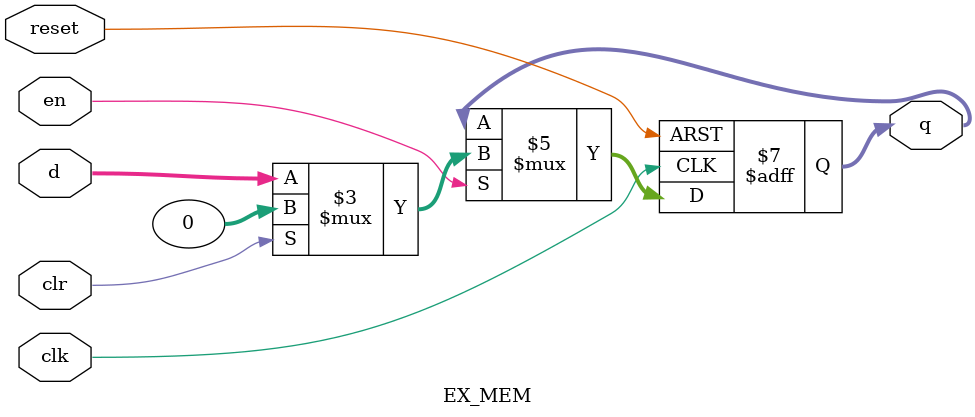
<source format=v>
module EX_MEM #(parameter W = 32) (
    input clk,
    input reset,
    input en,
    input clr,
    input [W-1:0] d,
    output reg [W-1:0] q
);

    always @(posedge clk or posedge reset) begin
        if (reset) begin
          q <= {W{1'b0}};
        end else if (en) begin
          if (clr) q <= {W{1'b0}};
          else     q <= d;
        end
    end
endmodule

</source>
